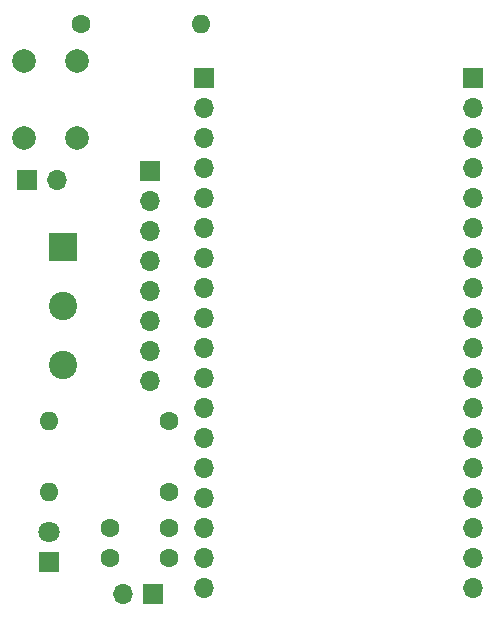
<source format=gbr>
%TF.GenerationSoftware,KiCad,Pcbnew,8.0.2*%
%TF.CreationDate,2025-03-31T19:16:32+02:00*%
%TF.ProjectId,Carte_main,43617274-655f-46d6-9169-6e2e6b696361,rev?*%
%TF.SameCoordinates,Original*%
%TF.FileFunction,Soldermask,Bot*%
%TF.FilePolarity,Negative*%
%FSLAX46Y46*%
G04 Gerber Fmt 4.6, Leading zero omitted, Abs format (unit mm)*
G04 Created by KiCad (PCBNEW 8.0.2) date 2025-03-31 19:16:32*
%MOMM*%
%LPD*%
G01*
G04 APERTURE LIST*
%ADD10C,2.400000*%
%ADD11R,2.400000X2.400000*%
%ADD12C,1.600000*%
%ADD13O,1.600000X1.600000*%
%ADD14C,2.000000*%
%ADD15R,1.700000X1.700000*%
%ADD16O,1.700000X1.700000*%
%ADD17R,1.800000X1.800000*%
%ADD18C,1.800000*%
G04 APERTURE END LIST*
D10*
%TO.C,SW2*%
X121625000Y-103050000D03*
X121625000Y-98050000D03*
D11*
X121625000Y-93050000D03*
%TD*%
D12*
%TO.C,R1*%
X130655000Y-107725000D03*
D13*
X120495000Y-107725000D03*
%TD*%
D12*
%TO.C,C4*%
X130650000Y-119325000D03*
X125650000Y-119325000D03*
%TD*%
D14*
%TO.C,SW1*%
X118325000Y-83825000D03*
X118325000Y-77325000D03*
X122825000Y-83825000D03*
X122825000Y-77325000D03*
%TD*%
D15*
%TO.C,BT1*%
X129286000Y-122428000D03*
D16*
X126746000Y-122428000D03*
%TD*%
D15*
%TO.C,J1*%
X133600000Y-78745000D03*
D16*
X133600000Y-81285000D03*
X133600000Y-83825000D03*
X133600000Y-86365000D03*
X133600000Y-88905000D03*
X133600000Y-91445000D03*
X133600000Y-93985000D03*
X133600000Y-96525000D03*
X133600000Y-99065000D03*
X133600000Y-101605000D03*
X133600000Y-104145000D03*
X133600000Y-106685000D03*
X133600000Y-109225000D03*
X133600000Y-111765000D03*
X133600000Y-114305000D03*
X133600000Y-116845000D03*
X133600000Y-119385000D03*
X133600000Y-121925000D03*
%TD*%
D12*
%TO.C,R5*%
X123145000Y-74125000D03*
D13*
X133305000Y-74125000D03*
%TD*%
D12*
%TO.C,R2*%
X130650000Y-113792000D03*
D13*
X120490000Y-113792000D03*
%TD*%
D15*
%TO.C,J3*%
X118613000Y-87376000D03*
D16*
X121153000Y-87376000D03*
%TD*%
D15*
%TO.C,J4*%
X129032000Y-86614000D03*
D16*
X129032000Y-89154000D03*
X129032000Y-91694000D03*
X129032000Y-94234000D03*
X129032000Y-96774000D03*
X129032000Y-99314000D03*
X129032000Y-101854000D03*
X129032000Y-104394000D03*
%TD*%
D17*
%TO.C,D1*%
X120510000Y-119740000D03*
D18*
X120510000Y-117200000D03*
%TD*%
D15*
%TO.C,J2*%
X156400000Y-78745000D03*
D16*
X156400000Y-81285000D03*
X156400000Y-83825000D03*
X156400000Y-86365000D03*
X156400000Y-88905000D03*
X156400000Y-91445000D03*
X156400000Y-93985000D03*
X156400000Y-96525000D03*
X156400000Y-99065000D03*
X156400000Y-101605000D03*
X156400000Y-104145000D03*
X156400000Y-106685000D03*
X156400000Y-109225000D03*
X156400000Y-111765000D03*
X156400000Y-114305000D03*
X156400000Y-116845000D03*
X156400000Y-119385000D03*
X156400000Y-121925000D03*
%TD*%
D12*
%TO.C,C5*%
X130650000Y-116825000D03*
X125650000Y-116825000D03*
%TD*%
M02*

</source>
